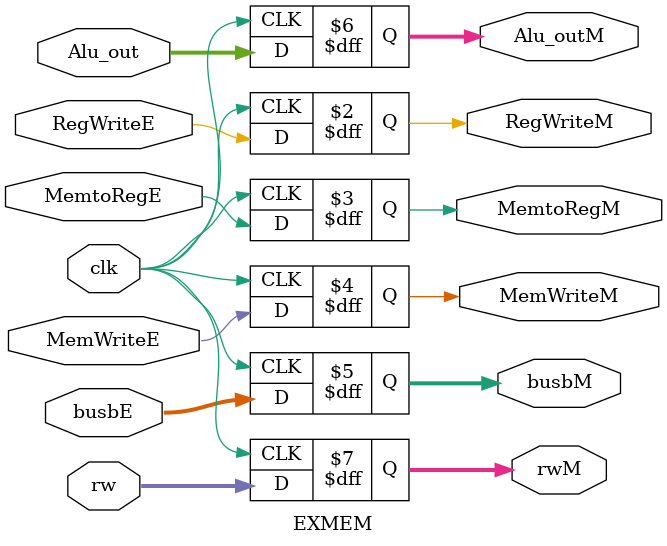
<source format=v>
module EXMEM(input clk,
input RegWriteE,input MemtoRegE,input MemWriteE,
input [31:0] busbE, input[31:0]Alu_out, input [4:0]rw,

output reg RegWriteM,output reg MemtoRegM,output reg MemWriteM,
output reg[31:0] busbM,output reg [31:0]Alu_outM, output reg[4:0]rwM);

  always @(posedge clk)begin 
    RegWriteM=RegWriteE;
    MemtoRegM=MemtoRegE;
    MemWriteM=MemWriteE;
    busbM=busbE;
    Alu_outM=Alu_out;
    rwM=rw;
  end
endmodule 
</source>
